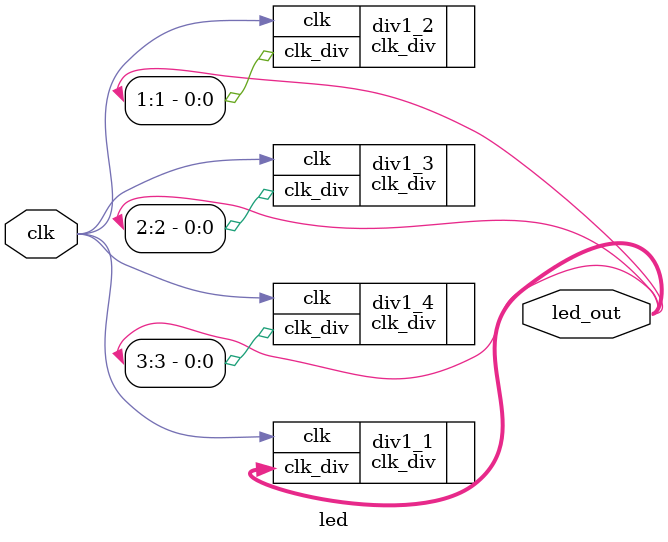
<source format=v>

module led(
	input clk,
	output [3:0]led_out
);


clk_div 
	#(
		.CLK_IN(200),
		.CLOCK_OUT(2)
	) 
	div1_1
	(
	.clk(clk),
	.clk_div(led_out)
	);
	
clk_div 
	#(
		.CLK_IN(200),
		.CLOCK_OUT(2)
	) 
	div1_2
	(
	.clk(clk),
	.clk_div(led_out[1])
	);
	
clk_div 
	#(
		.CLK_IN(200),
		.CLOCK_OUT(4)
	) 
	div1_3
	(
	.clk(clk),
	.clk_div(led_out[2])
	);
	
	
clk_div 
	#(
		.CLK_IN(200),
		.CLOCK_OUT(8)
	) 
	div1_4
	(
	.clk(clk),
	.clk_div(led_out[3])
	);
	
endmodule
</source>
